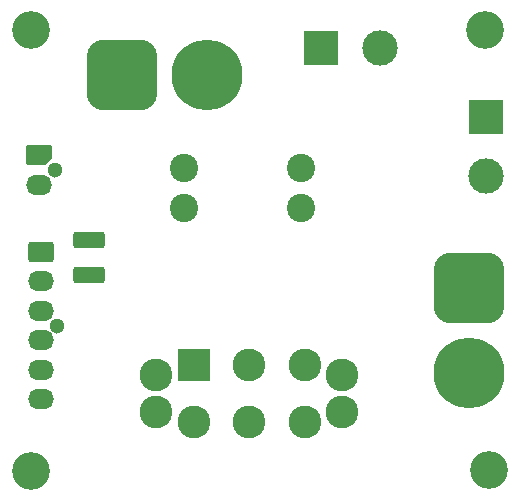
<source format=gbr>
%TF.GenerationSoftware,KiCad,Pcbnew,9.0.0*%
%TF.CreationDate,2025-10-13T23:53:41-05:00*%
%TF.ProjectId,PS-PowerSelectorPCB,50532d50-6f77-4657-9253-656c6563746f,rev?*%
%TF.SameCoordinates,Original*%
%TF.FileFunction,Soldermask,Bot*%
%TF.FilePolarity,Negative*%
%FSLAX46Y46*%
G04 Gerber Fmt 4.6, Leading zero omitted, Abs format (unit mm)*
G04 Created by KiCad (PCBNEW 9.0.0) date 2025-10-13 23:53:41*
%MOMM*%
%LPD*%
G01*
G04 APERTURE LIST*
G04 Aperture macros list*
%AMRoundRect*
0 Rectangle with rounded corners*
0 $1 Rounding radius*
0 $2 $3 $4 $5 $6 $7 $8 $9 X,Y pos of 4 corners*
0 Add a 4 corners polygon primitive as box body*
4,1,4,$2,$3,$4,$5,$6,$7,$8,$9,$2,$3,0*
0 Add four circle primitives for the rounded corners*
1,1,$1+$1,$2,$3*
1,1,$1+$1,$4,$5*
1,1,$1+$1,$6,$7*
1,1,$1+$1,$8,$9*
0 Add four rect primitives between the rounded corners*
20,1,$1+$1,$2,$3,$4,$5,0*
20,1,$1+$1,$4,$5,$6,$7,0*
20,1,$1+$1,$6,$7,$8,$9,0*
20,1,$1+$1,$8,$9,$2,$3,0*%
%AMFreePoly0*
4,1,22,0.945671,0.830970,1.026777,0.776777,1.080970,0.695671,1.100000,0.600000,1.100000,-0.600000,1.080970,-0.695671,1.026777,-0.776777,0.945671,-0.830970,0.850000,-0.850000,-0.850000,-0.850000,-0.945671,-0.830970,-1.026777,-0.776777,-1.080970,-0.695671,-1.100000,-0.600000,-1.100000,0.200000,-1.080970,0.295671,-1.026777,0.376777,-0.626777,0.776777,-0.545671,0.830970,-0.450000,0.850000,
0.850000,0.850000,0.945671,0.830970,0.945671,0.830970,$1*%
G04 Aperture macros list end*
%ADD10R,3.000000X3.000000*%
%ADD11C,3.000000*%
%ADD12RoundRect,1.500000X-1.500000X1.500000X-1.500000X-1.500000X1.500000X-1.500000X1.500000X1.500000X0*%
%ADD13C,6.000000*%
%ADD14RoundRect,1.500000X-1.500000X-1.500000X1.500000X-1.500000X1.500000X1.500000X-1.500000X1.500000X0*%
%ADD15C,2.400000*%
%ADD16C,1.300000*%
%ADD17RoundRect,0.250000X0.850000X0.600000X-0.850000X0.600000X-0.850000X-0.600000X0.850000X-0.600000X0*%
%ADD18O,2.200000X1.700000*%
%ADD19C,3.200000*%
%ADD20FreePoly0,180.000000*%
%ADD21C,2.775000*%
%ADD22R,2.775000X2.775000*%
%ADD23RoundRect,0.250001X1.074999X-0.462499X1.074999X0.462499X-1.074999X0.462499X-1.074999X-0.462499X0*%
G04 APERTURE END LIST*
D10*
%TO.C,J4*%
X115900000Y-93600000D03*
D11*
X115900000Y-98600000D03*
%TD*%
D12*
%TO.C,J3*%
X114500000Y-108100000D03*
D13*
X114500000Y-115300000D03*
%TD*%
%TO.C,J1*%
X92300000Y-90050000D03*
D14*
X85100000Y-90050000D03*
%TD*%
D11*
%TO.C,J2*%
X106950000Y-87750000D03*
D10*
X101950000Y-87750000D03*
%TD*%
D15*
%TO.C,F1*%
X100260000Y-101300000D03*
X90340000Y-101300000D03*
X100260000Y-97900000D03*
X90340000Y-97900000D03*
%TD*%
D16*
%TO.C,J5*%
X79610000Y-111250000D03*
D17*
X78270000Y-105000000D03*
D18*
X78270000Y-107500000D03*
X78270000Y-110000000D03*
X78270000Y-112500000D03*
X78270000Y-115000000D03*
X78270000Y-117500000D03*
%TD*%
D19*
%TO.C,H3*%
X115850000Y-86250000D03*
%TD*%
%TO.C,H4*%
X77425000Y-123575000D03*
%TD*%
D16*
%TO.C,J6*%
X79440000Y-98100000D03*
D20*
X78100000Y-96850000D03*
D18*
X78100000Y-99350000D03*
%TD*%
D19*
%TO.C,H2*%
X116150000Y-123500000D03*
%TD*%
%TO.C,H1*%
X77425000Y-86250000D03*
%TD*%
D21*
%TO.C,SW1*%
X88000000Y-115395000D03*
X88000000Y-118575000D03*
X103750000Y-115395000D03*
X103750000Y-118575000D03*
D22*
X91175000Y-114570000D03*
D21*
X95875000Y-114570000D03*
X100575000Y-114570000D03*
X91175000Y-119400000D03*
X95875000Y-119400000D03*
X100575000Y-119400000D03*
%TD*%
D23*
%TO.C,F2*%
X82300000Y-106987500D03*
X82300000Y-104012500D03*
%TD*%
M02*

</source>
